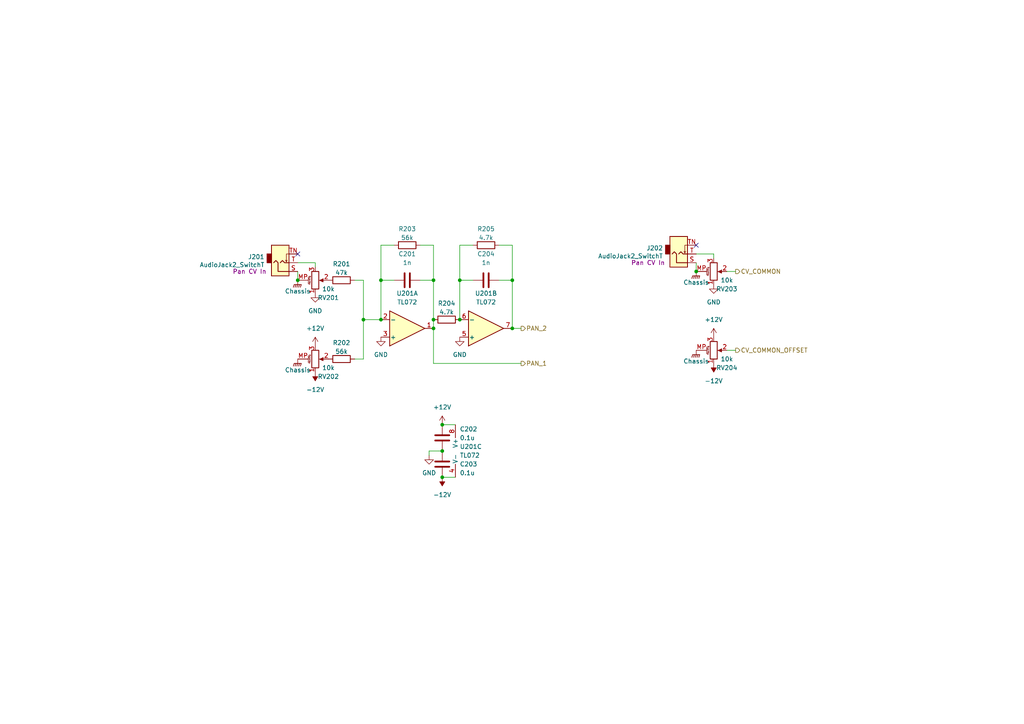
<source format=kicad_sch>
(kicad_sch (version 20211123) (generator eeschema)
  (paper "A4")
  (lib_symbols
    (symbol "Amplifier_Operational:TL072" (pin_names (offset 0.127))
      (property "Reference" "U" (at 0 5.08 0))
      (property "Value" "TL072" (at 0 -5.08 0))
      (symbol "TL072_1_1"
        (polyline (pts (xy -5.08 5.08) (xy 5.08 0) (xy -5.08 -5.08) (xy -5.08 5.08)) (stroke (width 0.254)) (fill (type background)))
        (pin output line (at 7.62 0 180) (length 2.54) (name "~") (number "1"))
        (pin input line (at -7.62 -2.54 0) (length 2.54) (name "-") (number "2"))
        (pin input line (at -7.62 2.54 0) (length 2.54) (name "+") (number "3"))
      )
      (symbol "TL072_2_1"
        (polyline (pts (xy -5.08 5.08) (xy 5.08 0) (xy -5.08 -5.08) (xy -5.08 5.08)) (stroke (width 0.254)) (fill (type background)))
        (pin input line (at -7.62 2.54 0) (length 2.54) (name "+") (number "5"))
        (pin input line (at -7.62 -2.54 0) (length 2.54) (name "-") (number "6"))
        (pin output line (at 7.62 0 180) (length 2.54) (name "~") (number "7"))
      )
      (symbol "TL072_3_1"
        (pin power_in line (at -2.54 -7.62 90) (length 3.81) (name "V-") (number "4"))
        (pin power_in line (at -2.54 7.62 270) (length 3.81) (name "V+") (number "8"))
      )
    )
    (symbol "Connector:AudioJack2_SwitchT"
      (property "Reference" "J" (at 0 8.89 0))
      (property "Value" "AudioJack2_SwitchT" (at 0 6.35 0))
      (symbol "AudioJack2_SwitchT_0_1"
        (rectangle (start -2.54 0) (end -3.81 -2.54) (stroke (width 0.254)) (fill (type outline)))
        (polyline (pts (xy 1.778 -0.254) (xy 2.032 -0.762)))
        (polyline (pts (xy 0 0) (xy 0.635 -0.635) (xy 1.27 0) (xy 2.54 0)) (stroke (width 0.254)))
        (polyline (pts (xy 2.54 -2.54) (xy 1.778 -2.54) (xy 1.778 -0.254) (xy 1.524 -0.762)))
        (polyline (pts (xy 2.54 2.54) (xy -0.635 2.54) (xy -0.635 0) (xy -1.27 -0.635) (xy -1.905 0)) (stroke (width 0.254)))
        (rectangle (start 2.54 3.81) (end -2.54 -5.08) (stroke (width 0.254)) (fill (type background)))
      )
      (symbol "AudioJack2_SwitchT_1_1"
        (pin passive line (at 5.08 2.54 180) (length 2.54) (name "~") (number "S"))
        (pin passive line (at 5.08 0 180) (length 2.54) (name "~") (number "T"))
        (pin passive line (at 5.08 -2.54 180) (length 2.54) (name "~") (number "TN"))
      )
    )
    (symbol "Custom:Chassis" (power) (in_bom no) (on_board no)
      (property "Value" "Chassis" (at 0 -3.175 0))
      (symbol "Chassis_0_1"
        (polyline (pts (xy 0 -1.27) (xy 0 0)))
        (polyline (pts (xy -1.016 -1.27) (xy -1.27 -2.032) (xy -1.27 -2.032)) (stroke (width 0.2032)))
        (polyline (pts (xy -0.508 -1.27) (xy -0.762 -2.032) (xy -0.762 -2.032)) (stroke (width 0.2032)))
        (polyline (pts (xy 0 -1.27) (xy -0.254 -2.032) (xy -0.254 -2.032)) (stroke (width 0.2032)))
        (polyline (pts (xy 0.508 -1.27) (xy 0.254 -2.032) (xy 0.254 -2.032)) (stroke (width 0.2032)))
        (polyline (pts (xy 1.016 -1.27) (xy -1.016 -1.27) (xy -1.016 -1.27)) (stroke (width 0.2032)))
        (polyline (pts (xy 1.016 -1.27) (xy 0.762 -2.032) (xy 0.762 -2.032) (xy 0.762 -2.032)) (stroke (width 0.2032)))
      )
      (symbol "Chassis_1_1"
        (pin power_in line (at 0 0 0) (length 0) hide (name "Chassis") (number "1"))
      )
    )
    (symbol "Device:C" (pin_numbers hide) (pin_names (offset 0.254))
      (property "Reference" "C" (at 0.635 2.54 0))
      (property "Value" "C" (at 0.635 -2.54 0))
      (symbol "C_0_1"
        (polyline (pts (xy -2.032 -0.762) (xy 2.032 -0.762)) (stroke (width 0.508)))
        (polyline (pts (xy -2.032 0.762) (xy 2.032 0.762)) (stroke (width 0.508)))
      )
      (symbol "C_1_1"
        (pin passive line (at 0 3.81 270) (length 2.794) (name "~") (number "1"))
        (pin passive line (at 0 -3.81 90) (length 2.794) (name "~") (number "2"))
      )
    )
    (symbol "Device:R" (pin_numbers hide) (pin_names (offset 0))
      (property "Reference" "R" (at 2.032 0 90))
      (property "Value" "R" (at 0 0 90))
      (symbol "R_0_1"
        (rectangle (start -1.016 -2.54) (end 1.016 2.54) (stroke (width 0.254)))
      )
      (symbol "R_1_1"
        (pin passive line (at 0 3.81 270) (length 1.27) (name "~") (number "1"))
        (pin passive line (at 0 -3.81 90) (length 1.27) (name "~") (number "2"))
      )
    )
    (symbol "Device:R_Potentiometer_MountingPin" (pin_names (offset 1.016) hide)
      (property "Reference" "RV" (at -8.255 0 90))
      (property "Value" "R_Potentiometer_MountingPin" (at -6.35 0 90))
      (symbol "R_Potentiometer_MountingPin_0_1"
        (polyline (pts (xy 2.54 0) (xy 1.524 0)))
        (polyline (pts (xy 1.143 0) (xy 2.286 0.508) (xy 2.286 -0.508)) (fill (type outline)))
        (rectangle (start 1.016 2.54) (end -1.016 -2.54) (stroke (width 0.254)))
      )
      (symbol "R_Potentiometer_MountingPin_1_1"
        (polyline (pts (xy -2.032 1.016) (xy -2.032 -1.016)) (stroke (width 0.1524)))
        (text "Mounting" (at -1.651 0 900) (effects (font (size 0.381 0.381))))
        (pin passive line (at 0 3.81 270) (length 1.27) (name "1") (number "1"))
        (pin passive line (at 3.81 0 180) (length 1.27) (name "2") (number "2"))
        (pin passive line (at 0 -3.81 90) (length 1.27) (name "3") (number "3"))
        (pin passive line (at -5.08 0 0) (length 3.048) (name "MountPin") (number "MP"))
      )
    )
    (symbol "power:+12V" (power) (pin_names (offset 0))
      (property "Value" "+12V" (at 0 3.556 0))
      (symbol "+12V_0_1"
        (polyline (pts (xy -0.762 1.27) (xy 0 2.54)))
        (polyline (pts (xy 0 0) (xy 0 2.54)))
        (polyline (pts (xy 0 2.54) (xy 0.762 1.27)))
      )
      (symbol "+12V_1_1"
        (pin power_in line (at 0 0 90) (length 0) hide (name "+12V") (number "1"))
      )
    )
    (symbol "power:-12V" (power) (pin_names (offset 0))
      (property "Value" "-12V" (at 0 3.81 0))
      (symbol "-12V_0_0"
        (pin power_in line (at 0 0 90) (length 0) hide (name "-12V") (number "1"))
      )
      (symbol "-12V_0_1"
        (polyline (pts (xy 0 0) (xy 0 1.27) (xy 0.762 1.27) (xy 0 2.54) (xy -0.762 1.27) (xy 0 1.27)) (fill (type outline)))
      )
    )
    (symbol "power:GND" (power) (pin_names (offset 0))
      (property "Value" "GND" (at 0 -3.81 0))
      (symbol "GND_0_1"
        (polyline (pts (xy 0 0) (xy 0 -1.27) (xy 1.27 -1.27) (xy 0 -2.54) (xy -1.27 -1.27) (xy 0 -1.27)))
      )
      (symbol "GND_1_1"
        (pin power_in line (at 0 0 270) (length 0) hide (name "GND") (number "1"))
      )
    )
  )
  (junction (at 125.73 81.28))
  (junction (at 125.73 95.25))
  (junction (at 148.59 81.28))
  (junction (at 105.41 92.71))
  (junction (at 110.49 81.28))
  (junction (at 110.49 92.71))
  (junction (at 86.36 81.28))
  (junction (at 133.35 92.71))
  (junction (at 148.59 95.25))
  (junction (at 125.73 92.71))
  (junction (at 128.27 138.43))
  (junction (at 128.27 130.81))
  (junction (at 201.93 78.74))
  (junction (at 133.35 81.28))
  (junction (at 128.27 123.19))
  (no_connect (at 201.93 71.12))
  (no_connect (at 86.36 73.66))
  (wire (pts (xy 86.36 76.2) (xy 91.44 76.2)))
  (wire (pts (xy 207.01 73.66) (xy 207.01 74.93)))
  (wire (pts (xy 144.78 71.12) (xy 148.59 71.12)))
  (wire (pts (xy 210.82 101.6) (xy 213.36 101.6)))
  (wire (pts (xy 148.59 95.25) (xy 151.13 95.25)))
  (wire (pts (xy 133.35 81.28) (xy 137.16 81.28)))
  (wire (pts (xy 124.46 130.81) (xy 128.27 130.81)))
  (wire (pts (xy 110.49 92.71) (xy 110.49 81.28)))
  (wire (pts (xy 105.41 92.71) (xy 110.49 92.71)))
  (wire (pts (xy 102.87 104.14) (xy 105.41 104.14)))
  (wire (pts (xy 121.92 71.12) (xy 125.73 71.12)))
  (wire (pts (xy 86.36 78.74) (xy 86.36 81.28)))
  (wire (pts (xy 133.35 92.71) (xy 133.35 81.28)))
  (wire (pts (xy 102.87 81.28) (xy 105.41 81.28)))
  (wire (pts (xy 125.73 71.12) (xy 125.73 81.28)))
  (wire (pts (xy 91.44 76.2) (xy 91.44 77.47)))
  (wire (pts (xy 105.41 81.28) (xy 105.41 92.71)))
  (wire (pts (xy 128.27 138.43) (xy 132.08 138.43)))
  (wire (pts (xy 125.73 95.25) (xy 125.73 105.41)))
  (wire (pts (xy 133.35 71.12) (xy 133.35 81.28)))
  (wire (pts (xy 110.49 71.12) (xy 110.49 81.28)))
  (wire (pts (xy 110.49 81.28) (xy 114.3 81.28)))
  (wire (pts (xy 125.73 92.71) (xy 125.73 95.25)))
  (wire (pts (xy 148.59 71.12) (xy 148.59 81.28)))
  (wire (pts (xy 121.92 81.28) (xy 125.73 81.28)))
  (wire (pts (xy 125.73 81.28) (xy 125.73 92.71)))
  (wire (pts (xy 124.46 132.08) (xy 124.46 130.81)))
  (wire (pts (xy 125.73 105.41) (xy 151.13 105.41)))
  (wire (pts (xy 144.78 81.28) (xy 148.59 81.28)))
  (wire (pts (xy 201.93 73.66) (xy 207.01 73.66)))
  (wire (pts (xy 210.82 78.74) (xy 213.36 78.74)))
  (wire (pts (xy 114.3 71.12) (xy 110.49 71.12)))
  (wire (pts (xy 105.41 92.71) (xy 105.41 104.14)))
  (wire (pts (xy 128.27 123.19) (xy 132.08 123.19)))
  (wire (pts (xy 148.59 81.28) (xy 148.59 95.25)))
  (wire (pts (xy 201.93 76.2) (xy 201.93 78.74)))
  (wire (pts (xy 137.16 71.12) (xy 133.35 71.12)))
  (hierarchical_label "CV_COMMON" (shape output) (at 213.36 78.74 0))
  (hierarchical_label "PAN_2" (shape output) (at 151.13 95.25 0))
  (hierarchical_label "CV_COMMON_OFFSET" (shape output) (at 213.36 101.6 0))
  (hierarchical_label "PAN_1" (shape output) (at 151.13 105.41 0))
  (symbol (lib_id "Connector:AudioJack2_SwitchT") (at 81.28 76.2 0) (mirror x) (unit 1)
    (property "Reference" "J201" (at 76.7334 74.4982 0) (effects (justify right)))
    (property "Value" "AudioJack2_SwitchT" (at 76.7334 76.8096 0) (effects (justify right)))
    (property "Footprint" "Connector_Audio:Jack_3.5mm_QingPu_WQP-PJ398SM_Vertical_CircularHoles" (effects hide))
    (property "Notes" "Pan CV In" (at 72.39 78.74 0))
  )
  (symbol (lib_id "power:+12V") (at 128.27 123.19 0) (unit 1)
    (property "Reference" "#PWR0206" (effects hide))
    (property "Value" "+12V" (at 128.27 118.11 0))
  )
  (symbol (lib_id "Device:R_Potentiometer_MountingPin") (at 91.44 81.28 0) (mirror x) (unit 1)
    (property "Reference" "RV201" (at 95.25 86.36 0))
    (property "Value" "10k" (at 95.25 83.82 0))
  )
  (symbol (lib_id "Device:C") (at 128.27 134.62 180) (unit 1)
    (property "Reference" "C203" (at 133.35 134.62 0) (effects (justify right)))
    (property "Value" "0.1u" (at 133.35 137.16 0) (effects (justify right)))
  )
  (symbol (lib_id "Device:R") (at 129.54 92.71 90) (unit 1)
    (property "Reference" "R204" (at 129.54 87.9942 90))
    (property "Value" "4.7k" (at 129.54 90.5311 90))
  )
  (symbol (lib_id "power:GND") (at 124.46 132.08 0) (unit 1)
    (property "Reference" "#PWR0205" (effects hide))
    (property "Value" "GND" (at 124.46 137.16 0))
  )
  (symbol (lib_id "Device:C") (at 140.97 81.28 90) (unit 1)
    (property "Reference" "C204" (at 140.97 73.66 90))
    (property "Value" "1n" (at 140.97 76.2 90))
  )
  (symbol (lib_id "Device:R_Potentiometer_MountingPin") (at 91.44 104.14 0) (mirror x) (unit 1)
    (property "Reference" "RV202" (at 95.25 109.22 0))
    (property "Value" "10k" (at 95.25 106.68 0))
  )
  (symbol (lib_id "Custom:Chassis") (at 86.36 104.14 0) (unit 1) (in_bom no) (on_board no)
    (property "Reference" "#U0202" (effects hide))
    (property "Value" "Chassis" (at 86.36 107.315 0))
  )
  (symbol (lib_id "power:-12V") (at 128.27 138.43 180) (unit 1)
    (property "Reference" "#PWR0207" (effects hide))
    (property "Value" "-12V" (at 128.27 143.51 0))
  )
  (symbol (lib_id "Custom:Chassis") (at 201.93 78.74 0) (unit 1) (in_bom no) (on_board no)
    (property "Reference" "#U0203" (effects hide))
    (property "Value" "Chassis" (at 201.93 81.915 0))
  )
  (symbol (lib_id "Custom:Chassis") (at 86.36 81.28 0) (unit 1) (in_bom no) (on_board no)
    (property "Reference" "#U0201" (effects hide))
    (property "Value" "Chassis" (at 86.36 84.455 0))
  )
  (symbol (lib_id "Custom:Chassis") (at 201.93 101.6 0) (unit 1) (in_bom no) (on_board no)
    (property "Reference" "#U0204" (effects hide))
    (property "Value" "Chassis" (at 201.93 104.775 0))
  )
  (symbol (lib_id "power:+12V") (at 91.44 100.33 0) (unit 1)
    (property "Reference" "#PWR0202" (effects hide))
    (property "Value" "+12V" (at 91.44 95.25 0))
  )
  (symbol (lib_id "Amplifier_Operational:TL072") (at 134.62 130.81 0) (unit 3)
    (property "Reference" "U201" (at 133.35 129.5399 0) (effects (justify left)))
    (property "Value" "TL072" (at 133.35 132.0799 0) (effects (justify left)))
    (property "Datasheet" "http://www.ti.com/lit/ds/symlink/tl071.pdf" (effects hide))
  )
  (symbol (lib_id "Device:R") (at 118.11 71.12 90) (unit 1)
    (property "Reference" "R203" (at 118.11 66.4042 90))
    (property "Value" "56k" (at 118.11 68.9411 90))
  )
  (symbol (lib_id "power:GND") (at 91.44 85.09 0) (unit 1)
    (property "Reference" "#PWR0201" (effects hide))
    (property "Value" "GND" (at 91.44 90.17 0))
  )
  (symbol (lib_id "Device:C") (at 128.27 127 180) (unit 1)
    (property "Reference" "C202" (at 133.35 124.46 0) (effects (justify right)))
    (property "Value" "0.1u" (at 133.35 127 0) (effects (justify right)))
  )
  (symbol (lib_id "power:-12V") (at 91.44 107.95 180) (unit 1)
    (property "Reference" "#PWR0203" (effects hide))
    (property "Value" "-12V" (at 91.44 113.03 0))
  )
  (symbol (lib_id "Device:R_Potentiometer_MountingPin") (at 207.01 78.74 0) (mirror x) (unit 1)
    (property "Reference" "RV203" (at 210.82 83.82 0))
    (property "Value" "10k" (at 210.82 81.28 0))
  )
  (symbol (lib_id "Device:R") (at 99.06 104.14 90) (unit 1)
    (property "Reference" "R202" (at 99.06 99.4242 90))
    (property "Value" "56k" (at 99.06 101.9611 90))
  )
  (symbol (lib_id "Device:R") (at 140.97 71.12 90) (unit 1)
    (property "Reference" "R205" (at 140.97 66.4042 90))
    (property "Value" "4.7k" (at 140.97 68.9411 90))
  )
  (symbol (lib_id "Connector:AudioJack2_SwitchT") (at 196.85 73.66 0) (mirror x) (unit 1)
    (property "Reference" "J202" (at 192.3034 71.9582 0) (effects (justify right)))
    (property "Value" "AudioJack2_SwitchT" (at 192.3034 74.2696 0) (effects (justify right)))
    (property "Footprint" "Connector_Audio:Jack_3.5mm_QingPu_WQP-PJ398SM_Vertical_CircularHoles" (effects hide))
    (property "Notes" "Pan CV In" (at 187.96 76.2 0))
  )
  (symbol (lib_id "power:+12V") (at 207.01 97.79 0) (unit 1)
    (property "Reference" "#PWR0210" (effects hide))
    (property "Value" "+12V" (at 207.01 92.71 0))
  )
  (symbol (lib_id "Device:R") (at 99.06 81.28 90) (unit 1)
    (property "Reference" "R201" (at 99.06 76.5642 90))
    (property "Value" "47k" (at 99.06 79.1011 90))
  )
  (symbol (lib_id "power:GND") (at 207.01 82.55 0) (unit 1)
    (property "Reference" "#PWR0209" (effects hide))
    (property "Value" "GND" (at 207.01 87.63 0))
  )
  (symbol (lib_id "Device:R_Potentiometer_MountingPin") (at 207.01 101.6 0) (mirror x) (unit 1)
    (property "Reference" "RV204" (at 210.82 106.68 0))
    (property "Value" "10k" (at 210.82 104.14 0))
  )
  (symbol (lib_id "power:GND") (at 133.35 97.79 0) (unit 1)
    (property "Reference" "#PWR0208" (effects hide))
    (property "Value" "GND" (at 133.35 102.87 0))
  )
  (symbol (lib_id "Amplifier_Operational:TL072") (at 118.11 95.25 0) (mirror x) (unit 1)
    (property "Reference" "U201" (at 118.11 85.09 0))
    (property "Value" "TL072" (at 118.11 87.63 0))
    (property "Datasheet" "http://www.ti.com/lit/ds/symlink/tl071.pdf" (effects hide))
  )
  (symbol (lib_id "Amplifier_Operational:TL072") (at 140.97 95.25 0) (mirror x) (unit 2)
    (property "Reference" "U201" (at 140.97 85.09 0))
    (property "Value" "TL072" (at 140.97 87.63 0))
    (property "Datasheet" "http://www.ti.com/lit/ds/symlink/tl071.pdf" (effects hide))
  )
  (symbol (lib_id "power:-12V") (at 207.01 105.41 180) (unit 1)
    (property "Reference" "#PWR0211" (effects hide))
    (property "Value" "-12V" (at 207.01 110.49 0))
  )
  (symbol (lib_id "power:GND") (at 110.49 97.79 0) (unit 1)
    (property "Reference" "#PWR0204" (effects hide))
    (property "Value" "GND" (at 110.49 102.87 0))
  )
  (symbol (lib_id "Device:C") (at 118.11 81.28 90) (unit 1)
    (property "Reference" "C201" (at 118.11 73.66 90))
    (property "Value" "1n" (at 118.11 76.2 90))
  )
)
</source>
